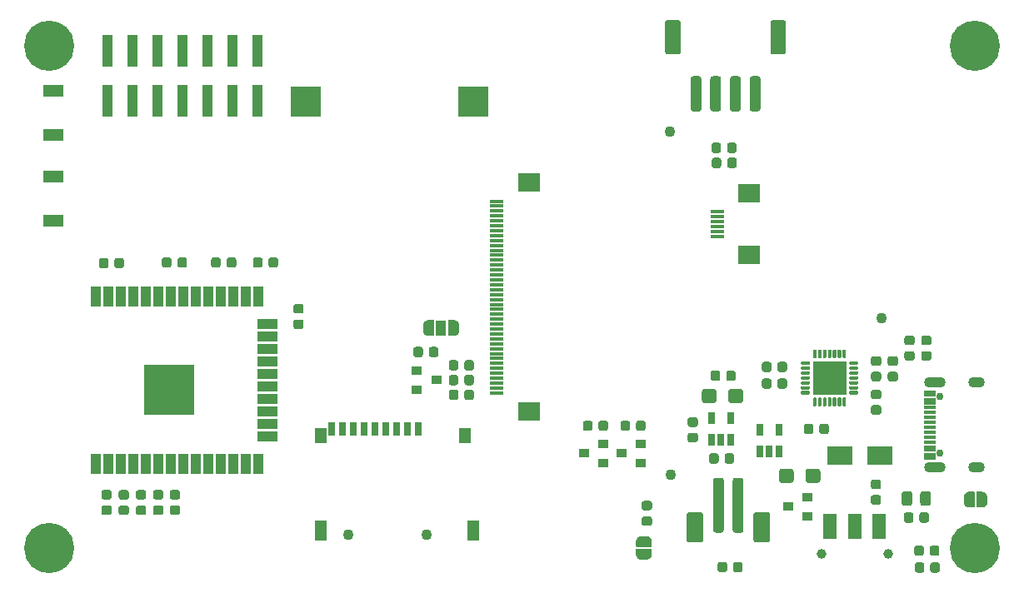
<source format=gts>
G04 #@! TF.GenerationSoftware,KiCad,Pcbnew,(5.1.6-0)*
G04 #@! TF.CreationDate,2022-04-06T12:43:26+02:00*
G04 #@! TF.ProjectId,ESP32_TFT_bridgedpads,45535033-325f-4544-9654-5f6272696467,rev?*
G04 #@! TF.SameCoordinates,Original*
G04 #@! TF.FileFunction,Soldermask,Top*
G04 #@! TF.FilePolarity,Negative*
%FSLAX46Y46*%
G04 Gerber Fmt 4.6, Leading zero omitted, Abs format (unit mm)*
G04 Created by KiCad (PCBNEW (5.1.6-0)) date 2022-04-06 12:43:26*
%MOMM*%
%LPD*%
G01*
G04 APERTURE LIST*
%ADD10C,0.100000*%
%ADD11R,1.100000X1.600000*%
%ADD12C,1.000000*%
%ADD13R,1.350000X2.600000*%
%ADD14R,1.250000X0.400000*%
%ADD15C,0.750000*%
%ADD16O,1.700000X1.100000*%
%ADD17O,2.200000X1.100000*%
%ADD18R,3.100000X3.100000*%
%ADD19R,1.000000X0.900000*%
%ADD20R,1.100000X3.250000*%
%ADD21C,0.900000*%
%ADD22C,5.100000*%
%ADD23R,2.300000X1.900000*%
%ADD24R,1.400000X0.400000*%
%ADD25R,2.100000X1.150000*%
%ADD26R,5.100000X5.100000*%
%ADD27R,1.000000X2.100000*%
%ADD28R,2.100000X1.000000*%
%ADD29R,2.600000X1.900000*%
%ADD30R,3.450000X3.450000*%
%ADD31R,0.750000X1.160000*%
%ADD32C,1.100000*%
%ADD33R,0.800000X1.400000*%
%ADD34R,1.300000X1.500000*%
%ADD35R,1.300000X2.100000*%
G04 APERTURE END LIST*
D10*
G36*
X135459755Y-85300961D02*
G01*
X135469134Y-85303806D01*
X135477779Y-85308427D01*
X135485355Y-85314645D01*
X135491573Y-85322221D01*
X135496194Y-85330866D01*
X135499039Y-85340245D01*
X135500000Y-85350000D01*
X135500000Y-86850000D01*
X135499039Y-86859755D01*
X135496194Y-86869134D01*
X135491573Y-86877779D01*
X135485355Y-86885355D01*
X135477779Y-86891573D01*
X135469134Y-86896194D01*
X135459755Y-86899039D01*
X135450000Y-86900000D01*
X134950000Y-86900000D01*
X134943889Y-86899398D01*
X134925466Y-86899398D01*
X134920565Y-86899157D01*
X134871734Y-86894347D01*
X134866881Y-86893627D01*
X134818756Y-86884055D01*
X134813995Y-86882863D01*
X134767040Y-86868619D01*
X134762421Y-86866966D01*
X134717088Y-86848189D01*
X134712651Y-86846091D01*
X134669378Y-86822960D01*
X134665171Y-86820438D01*
X134624372Y-86793178D01*
X134620430Y-86790254D01*
X134582501Y-86759126D01*
X134578866Y-86755831D01*
X134544169Y-86721134D01*
X134540874Y-86717499D01*
X134509746Y-86679570D01*
X134506822Y-86675628D01*
X134479562Y-86634829D01*
X134477040Y-86630622D01*
X134453909Y-86587349D01*
X134451811Y-86582912D01*
X134433034Y-86537579D01*
X134431381Y-86532960D01*
X134417137Y-86486005D01*
X134415945Y-86481244D01*
X134406373Y-86433119D01*
X134405653Y-86428266D01*
X134400843Y-86379435D01*
X134400602Y-86374534D01*
X134400602Y-86356111D01*
X134400000Y-86350000D01*
X134400000Y-85850000D01*
X134400602Y-85843889D01*
X134400602Y-85825466D01*
X134400843Y-85820565D01*
X134405653Y-85771734D01*
X134406373Y-85766881D01*
X134415945Y-85718756D01*
X134417137Y-85713995D01*
X134431381Y-85667040D01*
X134433034Y-85662421D01*
X134451811Y-85617088D01*
X134453909Y-85612651D01*
X134477040Y-85569378D01*
X134479562Y-85565171D01*
X134506822Y-85524372D01*
X134509746Y-85520430D01*
X134540874Y-85482501D01*
X134544169Y-85478866D01*
X134578866Y-85444169D01*
X134582501Y-85440874D01*
X134620430Y-85409746D01*
X134624372Y-85406822D01*
X134665171Y-85379562D01*
X134669378Y-85377040D01*
X134712651Y-85353909D01*
X134717088Y-85351811D01*
X134762421Y-85333034D01*
X134767040Y-85331381D01*
X134813995Y-85317137D01*
X134818756Y-85315945D01*
X134866881Y-85306373D01*
X134871734Y-85305653D01*
X134920565Y-85300843D01*
X134925466Y-85300602D01*
X134943889Y-85300602D01*
X134950000Y-85300000D01*
X135450000Y-85300000D01*
X135459755Y-85300961D01*
G37*
G36*
X136256111Y-85300602D02*
G01*
X136274534Y-85300602D01*
X136279435Y-85300843D01*
X136328266Y-85305653D01*
X136333119Y-85306373D01*
X136381244Y-85315945D01*
X136386005Y-85317137D01*
X136432960Y-85331381D01*
X136437579Y-85333034D01*
X136482912Y-85351811D01*
X136487349Y-85353909D01*
X136530622Y-85377040D01*
X136534829Y-85379562D01*
X136575628Y-85406822D01*
X136579570Y-85409746D01*
X136617499Y-85440874D01*
X136621134Y-85444169D01*
X136655831Y-85478866D01*
X136659126Y-85482501D01*
X136690254Y-85520430D01*
X136693178Y-85524372D01*
X136720438Y-85565171D01*
X136722960Y-85569378D01*
X136746091Y-85612651D01*
X136748189Y-85617088D01*
X136766966Y-85662421D01*
X136768619Y-85667040D01*
X136782863Y-85713995D01*
X136784055Y-85718756D01*
X136793627Y-85766881D01*
X136794347Y-85771734D01*
X136799157Y-85820565D01*
X136799398Y-85825466D01*
X136799398Y-85843889D01*
X136800000Y-85850000D01*
X136800000Y-86350000D01*
X136799398Y-86356111D01*
X136799398Y-86374534D01*
X136799157Y-86379435D01*
X136794347Y-86428266D01*
X136793627Y-86433119D01*
X136784055Y-86481244D01*
X136782863Y-86486005D01*
X136768619Y-86532960D01*
X136766966Y-86537579D01*
X136748189Y-86582912D01*
X136746091Y-86587349D01*
X136722960Y-86630622D01*
X136720438Y-86634829D01*
X136693178Y-86675628D01*
X136690254Y-86679570D01*
X136659126Y-86717499D01*
X136655831Y-86721134D01*
X136621134Y-86755831D01*
X136617499Y-86759126D01*
X136579570Y-86790254D01*
X136575628Y-86793178D01*
X136534829Y-86820438D01*
X136530622Y-86822960D01*
X136487349Y-86846091D01*
X136482912Y-86848189D01*
X136437579Y-86866966D01*
X136432960Y-86868619D01*
X136386005Y-86882863D01*
X136381244Y-86884055D01*
X136333119Y-86893627D01*
X136328266Y-86894347D01*
X136279435Y-86899157D01*
X136274534Y-86899398D01*
X136256111Y-86899398D01*
X136250000Y-86900000D01*
X135750000Y-86900000D01*
X135740245Y-86899039D01*
X135730866Y-86896194D01*
X135722221Y-86891573D01*
X135714645Y-86885355D01*
X135708427Y-86877779D01*
X135703806Y-86869134D01*
X135700961Y-86859755D01*
X135700000Y-86850000D01*
X135700000Y-85350000D01*
X135700961Y-85340245D01*
X135703806Y-85330866D01*
X135708427Y-85322221D01*
X135714645Y-85314645D01*
X135722221Y-85308427D01*
X135730866Y-85303806D01*
X135740245Y-85300961D01*
X135750000Y-85300000D01*
X136250000Y-85300000D01*
X136256111Y-85300602D01*
G37*
G36*
X101100961Y-91140245D02*
G01*
X101103806Y-91130866D01*
X101108427Y-91122221D01*
X101114645Y-91114645D01*
X101122221Y-91108427D01*
X101130866Y-91103806D01*
X101140245Y-91100961D01*
X101150000Y-91100000D01*
X102650000Y-91100000D01*
X102659755Y-91100961D01*
X102669134Y-91103806D01*
X102677779Y-91108427D01*
X102685355Y-91114645D01*
X102691573Y-91122221D01*
X102696194Y-91130866D01*
X102699039Y-91140245D01*
X102700000Y-91150000D01*
X102700000Y-91650000D01*
X102699398Y-91656111D01*
X102699398Y-91674534D01*
X102699157Y-91679435D01*
X102694347Y-91728266D01*
X102693627Y-91733119D01*
X102684055Y-91781244D01*
X102682863Y-91786005D01*
X102668619Y-91832960D01*
X102666966Y-91837579D01*
X102648189Y-91882912D01*
X102646091Y-91887349D01*
X102622960Y-91930622D01*
X102620438Y-91934829D01*
X102593178Y-91975628D01*
X102590254Y-91979570D01*
X102559126Y-92017499D01*
X102555831Y-92021134D01*
X102521134Y-92055831D01*
X102517499Y-92059126D01*
X102479570Y-92090254D01*
X102475628Y-92093178D01*
X102434829Y-92120438D01*
X102430622Y-92122960D01*
X102387349Y-92146091D01*
X102382912Y-92148189D01*
X102337579Y-92166966D01*
X102332960Y-92168619D01*
X102286005Y-92182863D01*
X102281244Y-92184055D01*
X102233119Y-92193627D01*
X102228266Y-92194347D01*
X102179435Y-92199157D01*
X102174534Y-92199398D01*
X102156111Y-92199398D01*
X102150000Y-92200000D01*
X101650000Y-92200000D01*
X101643889Y-92199398D01*
X101625466Y-92199398D01*
X101620565Y-92199157D01*
X101571734Y-92194347D01*
X101566881Y-92193627D01*
X101518756Y-92184055D01*
X101513995Y-92182863D01*
X101467040Y-92168619D01*
X101462421Y-92166966D01*
X101417088Y-92148189D01*
X101412651Y-92146091D01*
X101369378Y-92122960D01*
X101365171Y-92120438D01*
X101324372Y-92093178D01*
X101320430Y-92090254D01*
X101282501Y-92059126D01*
X101278866Y-92055831D01*
X101244169Y-92021134D01*
X101240874Y-92017499D01*
X101209746Y-91979570D01*
X101206822Y-91975628D01*
X101179562Y-91934829D01*
X101177040Y-91930622D01*
X101153909Y-91887349D01*
X101151811Y-91882912D01*
X101133034Y-91837579D01*
X101131381Y-91832960D01*
X101117137Y-91786005D01*
X101115945Y-91781244D01*
X101106373Y-91733119D01*
X101105653Y-91728266D01*
X101100843Y-91679435D01*
X101100602Y-91674534D01*
X101100602Y-91656111D01*
X101100000Y-91650000D01*
X101100000Y-91150000D01*
X101100961Y-91140245D01*
G37*
G36*
X101100602Y-90343889D02*
G01*
X101100602Y-90325466D01*
X101100843Y-90320565D01*
X101105653Y-90271734D01*
X101106373Y-90266881D01*
X101115945Y-90218756D01*
X101117137Y-90213995D01*
X101131381Y-90167040D01*
X101133034Y-90162421D01*
X101151811Y-90117088D01*
X101153909Y-90112651D01*
X101177040Y-90069378D01*
X101179562Y-90065171D01*
X101206822Y-90024372D01*
X101209746Y-90020430D01*
X101240874Y-89982501D01*
X101244169Y-89978866D01*
X101278866Y-89944169D01*
X101282501Y-89940874D01*
X101320430Y-89909746D01*
X101324372Y-89906822D01*
X101365171Y-89879562D01*
X101369378Y-89877040D01*
X101412651Y-89853909D01*
X101417088Y-89851811D01*
X101462421Y-89833034D01*
X101467040Y-89831381D01*
X101513995Y-89817137D01*
X101518756Y-89815945D01*
X101566881Y-89806373D01*
X101571734Y-89805653D01*
X101620565Y-89800843D01*
X101625466Y-89800602D01*
X101643889Y-89800602D01*
X101650000Y-89800000D01*
X102150000Y-89800000D01*
X102156111Y-89800602D01*
X102174534Y-89800602D01*
X102179435Y-89800843D01*
X102228266Y-89805653D01*
X102233119Y-89806373D01*
X102281244Y-89815945D01*
X102286005Y-89817137D01*
X102332960Y-89831381D01*
X102337579Y-89833034D01*
X102382912Y-89851811D01*
X102387349Y-89853909D01*
X102430622Y-89877040D01*
X102434829Y-89879562D01*
X102475628Y-89906822D01*
X102479570Y-89909746D01*
X102517499Y-89940874D01*
X102521134Y-89944169D01*
X102555831Y-89978866D01*
X102559126Y-89982501D01*
X102590254Y-90020430D01*
X102593178Y-90024372D01*
X102620438Y-90065171D01*
X102622960Y-90069378D01*
X102646091Y-90112651D01*
X102648189Y-90117088D01*
X102666966Y-90162421D01*
X102668619Y-90167040D01*
X102682863Y-90213995D01*
X102684055Y-90218756D01*
X102693627Y-90266881D01*
X102694347Y-90271734D01*
X102699157Y-90320565D01*
X102699398Y-90325466D01*
X102699398Y-90343889D01*
X102700000Y-90350000D01*
X102700000Y-90850000D01*
X102699039Y-90859755D01*
X102696194Y-90869134D01*
X102691573Y-90877779D01*
X102685355Y-90885355D01*
X102677779Y-90891573D01*
X102669134Y-90896194D01*
X102659755Y-90899039D01*
X102650000Y-90900000D01*
X101150000Y-90900000D01*
X101140245Y-90899039D01*
X101130866Y-90896194D01*
X101122221Y-90891573D01*
X101114645Y-90885355D01*
X101108427Y-90877779D01*
X101103806Y-90869134D01*
X101100961Y-90859755D01*
X101100000Y-90850000D01*
X101100000Y-90350000D01*
X101100602Y-90343889D01*
G37*
G36*
X80559755Y-67850961D02*
G01*
X80569134Y-67853806D01*
X80577779Y-67858427D01*
X80585355Y-67864645D01*
X80591573Y-67872221D01*
X80596194Y-67880866D01*
X80599039Y-67890245D01*
X80600000Y-67900000D01*
X80600000Y-69400000D01*
X80599039Y-69409755D01*
X80596194Y-69419134D01*
X80591573Y-69427779D01*
X80585355Y-69435355D01*
X80577779Y-69441573D01*
X80569134Y-69446194D01*
X80559755Y-69449039D01*
X80550000Y-69450000D01*
X80000000Y-69450000D01*
X79993889Y-69449398D01*
X79975466Y-69449398D01*
X79970565Y-69449157D01*
X79921734Y-69444347D01*
X79916881Y-69443627D01*
X79868756Y-69434055D01*
X79863995Y-69432863D01*
X79817040Y-69418619D01*
X79812421Y-69416966D01*
X79767088Y-69398189D01*
X79762651Y-69396091D01*
X79719378Y-69372960D01*
X79715171Y-69370438D01*
X79674372Y-69343178D01*
X79670430Y-69340254D01*
X79632501Y-69309126D01*
X79628866Y-69305831D01*
X79594169Y-69271134D01*
X79590874Y-69267499D01*
X79559746Y-69229570D01*
X79556822Y-69225628D01*
X79529562Y-69184829D01*
X79527040Y-69180622D01*
X79503909Y-69137349D01*
X79501811Y-69132912D01*
X79483034Y-69087579D01*
X79481381Y-69082960D01*
X79467137Y-69036005D01*
X79465945Y-69031244D01*
X79456373Y-68983119D01*
X79455653Y-68978266D01*
X79450843Y-68929435D01*
X79450602Y-68924534D01*
X79450602Y-68906111D01*
X79450000Y-68900000D01*
X79450000Y-68400000D01*
X79450602Y-68393889D01*
X79450602Y-68375466D01*
X79450843Y-68370565D01*
X79455653Y-68321734D01*
X79456373Y-68316881D01*
X79465945Y-68268756D01*
X79467137Y-68263995D01*
X79481381Y-68217040D01*
X79483034Y-68212421D01*
X79501811Y-68167088D01*
X79503909Y-68162651D01*
X79527040Y-68119378D01*
X79529562Y-68115171D01*
X79556822Y-68074372D01*
X79559746Y-68070430D01*
X79590874Y-68032501D01*
X79594169Y-68028866D01*
X79628866Y-67994169D01*
X79632501Y-67990874D01*
X79670430Y-67959746D01*
X79674372Y-67956822D01*
X79715171Y-67929562D01*
X79719378Y-67927040D01*
X79762651Y-67903909D01*
X79767088Y-67901811D01*
X79812421Y-67883034D01*
X79817040Y-67881381D01*
X79863995Y-67867137D01*
X79868756Y-67865945D01*
X79916881Y-67856373D01*
X79921734Y-67855653D01*
X79970565Y-67850843D01*
X79975466Y-67850602D01*
X79993889Y-67850602D01*
X80000000Y-67850000D01*
X80550000Y-67850000D01*
X80559755Y-67850961D01*
G37*
D11*
X81300000Y-68650000D03*
D10*
G36*
X82606111Y-67850602D02*
G01*
X82624534Y-67850602D01*
X82629435Y-67850843D01*
X82678266Y-67855653D01*
X82683119Y-67856373D01*
X82731244Y-67865945D01*
X82736005Y-67867137D01*
X82782960Y-67881381D01*
X82787579Y-67883034D01*
X82832912Y-67901811D01*
X82837349Y-67903909D01*
X82880622Y-67927040D01*
X82884829Y-67929562D01*
X82925628Y-67956822D01*
X82929570Y-67959746D01*
X82967499Y-67990874D01*
X82971134Y-67994169D01*
X83005831Y-68028866D01*
X83009126Y-68032501D01*
X83040254Y-68070430D01*
X83043178Y-68074372D01*
X83070438Y-68115171D01*
X83072960Y-68119378D01*
X83096091Y-68162651D01*
X83098189Y-68167088D01*
X83116966Y-68212421D01*
X83118619Y-68217040D01*
X83132863Y-68263995D01*
X83134055Y-68268756D01*
X83143627Y-68316881D01*
X83144347Y-68321734D01*
X83149157Y-68370565D01*
X83149398Y-68375466D01*
X83149398Y-68393889D01*
X83150000Y-68400000D01*
X83150000Y-68900000D01*
X83149398Y-68906111D01*
X83149398Y-68924534D01*
X83149157Y-68929435D01*
X83144347Y-68978266D01*
X83143627Y-68983119D01*
X83134055Y-69031244D01*
X83132863Y-69036005D01*
X83118619Y-69082960D01*
X83116966Y-69087579D01*
X83098189Y-69132912D01*
X83096091Y-69137349D01*
X83072960Y-69180622D01*
X83070438Y-69184829D01*
X83043178Y-69225628D01*
X83040254Y-69229570D01*
X83009126Y-69267499D01*
X83005831Y-69271134D01*
X82971134Y-69305831D01*
X82967499Y-69309126D01*
X82929570Y-69340254D01*
X82925628Y-69343178D01*
X82884829Y-69370438D01*
X82880622Y-69372960D01*
X82837349Y-69396091D01*
X82832912Y-69398189D01*
X82787579Y-69416966D01*
X82782960Y-69418619D01*
X82736005Y-69432863D01*
X82731244Y-69434055D01*
X82683119Y-69443627D01*
X82678266Y-69444347D01*
X82629435Y-69449157D01*
X82624534Y-69449398D01*
X82606111Y-69449398D01*
X82600000Y-69450000D01*
X82050000Y-69450000D01*
X82040245Y-69449039D01*
X82030866Y-69446194D01*
X82022221Y-69441573D01*
X82014645Y-69435355D01*
X82008427Y-69427779D01*
X82003806Y-69419134D01*
X82000961Y-69409755D01*
X82000000Y-69400000D01*
X82000000Y-67900000D01*
X82000961Y-67890245D01*
X82003806Y-67880866D01*
X82008427Y-67872221D01*
X82014645Y-67864645D01*
X82022221Y-67858427D01*
X82030866Y-67853806D01*
X82040245Y-67850961D01*
X82050000Y-67850000D01*
X82600000Y-67850000D01*
X82606111Y-67850602D01*
G37*
D12*
X126730000Y-91580000D03*
X119930000Y-91580000D03*
D13*
X125830000Y-88830000D03*
X123330000Y-88830000D03*
X120830000Y-88830000D03*
D14*
X130930000Y-75150000D03*
X130930000Y-75950000D03*
X130930000Y-80750000D03*
X130930000Y-81550000D03*
X130930000Y-81850000D03*
X130930000Y-81050000D03*
X130930000Y-80250000D03*
X130930000Y-79750000D03*
X130930000Y-79250000D03*
X130930000Y-78750000D03*
X130930000Y-78250000D03*
X130930000Y-77750000D03*
X130930000Y-77250000D03*
X130930000Y-76750000D03*
X130930000Y-76250000D03*
X130930000Y-75450000D03*
D15*
X131995000Y-81390000D03*
X131995000Y-75610000D03*
D16*
X135675000Y-74180000D03*
X135675000Y-82820000D03*
D17*
X131495000Y-74180000D03*
X131495000Y-82820000D03*
G36*
G01*
X108775000Y-50621250D02*
X108775000Y-50058750D01*
G75*
G02*
X109018750Y-49815000I243750J0D01*
G01*
X109506250Y-49815000D01*
G75*
G02*
X109750000Y-50058750I0J-243750D01*
G01*
X109750000Y-50621250D01*
G75*
G02*
X109506250Y-50865000I-243750J0D01*
G01*
X109018750Y-50865000D01*
G75*
G02*
X108775000Y-50621250I0J243750D01*
G01*
G37*
G36*
G01*
X110350000Y-50621250D02*
X110350000Y-50058750D01*
G75*
G02*
X110593750Y-49815000I243750J0D01*
G01*
X111081250Y-49815000D01*
G75*
G02*
X111325000Y-50058750I0J-243750D01*
G01*
X111325000Y-50621250D01*
G75*
G02*
X111081250Y-50865000I-243750J0D01*
G01*
X110593750Y-50865000D01*
G75*
G02*
X110350000Y-50621250I0J243750D01*
G01*
G37*
G36*
G01*
X130318750Y-71000000D02*
X130881250Y-71000000D01*
G75*
G02*
X131125000Y-71243750I0J-243750D01*
G01*
X131125000Y-71731250D01*
G75*
G02*
X130881250Y-71975000I-243750J0D01*
G01*
X130318750Y-71975000D01*
G75*
G02*
X130075000Y-71731250I0J243750D01*
G01*
X130075000Y-71243750D01*
G75*
G02*
X130318750Y-71000000I243750J0D01*
G01*
G37*
G36*
G01*
X130318750Y-69425000D02*
X130881250Y-69425000D01*
G75*
G02*
X131125000Y-69668750I0J-243750D01*
G01*
X131125000Y-70156250D01*
G75*
G02*
X130881250Y-70400000I-243750J0D01*
G01*
X130318750Y-70400000D01*
G75*
G02*
X130075000Y-70156250I0J243750D01*
G01*
X130075000Y-69668750D01*
G75*
G02*
X130318750Y-69425000I243750J0D01*
G01*
G37*
G36*
G01*
X128618750Y-71000000D02*
X129181250Y-71000000D01*
G75*
G02*
X129425000Y-71243750I0J-243750D01*
G01*
X129425000Y-71731250D01*
G75*
G02*
X129181250Y-71975000I-243750J0D01*
G01*
X128618750Y-71975000D01*
G75*
G02*
X128375000Y-71731250I0J243750D01*
G01*
X128375000Y-71243750D01*
G75*
G02*
X128618750Y-71000000I243750J0D01*
G01*
G37*
G36*
G01*
X128618750Y-69425000D02*
X129181250Y-69425000D01*
G75*
G02*
X129425000Y-69668750I0J-243750D01*
G01*
X129425000Y-70156250D01*
G75*
G02*
X129181250Y-70400000I-243750J0D01*
G01*
X128618750Y-70400000D01*
G75*
G02*
X128375000Y-70156250I0J243750D01*
G01*
X128375000Y-69668750D01*
G75*
G02*
X128618750Y-69425000I243750J0D01*
G01*
G37*
G36*
G01*
X129980000Y-86471250D02*
X129980000Y-85508750D01*
G75*
G02*
X130248750Y-85240000I268750J0D01*
G01*
X130786250Y-85240000D01*
G75*
G02*
X131055000Y-85508750I0J-268750D01*
G01*
X131055000Y-86471250D01*
G75*
G02*
X130786250Y-86740000I-268750J0D01*
G01*
X130248750Y-86740000D01*
G75*
G02*
X129980000Y-86471250I0J268750D01*
G01*
G37*
G36*
G01*
X128105000Y-86471250D02*
X128105000Y-85508750D01*
G75*
G02*
X128373750Y-85240000I268750J0D01*
G01*
X128911250Y-85240000D01*
G75*
G02*
X129180000Y-85508750I0J-268750D01*
G01*
X129180000Y-86471250D01*
G75*
G02*
X128911250Y-86740000I-268750J0D01*
G01*
X128373750Y-86740000D01*
G75*
G02*
X128105000Y-86471250I0J268750D01*
G01*
G37*
G36*
G01*
X129890000Y-88201250D02*
X129890000Y-87638750D01*
G75*
G02*
X130133750Y-87395000I243750J0D01*
G01*
X130621250Y-87395000D01*
G75*
G02*
X130865000Y-87638750I0J-243750D01*
G01*
X130865000Y-88201250D01*
G75*
G02*
X130621250Y-88445000I-243750J0D01*
G01*
X130133750Y-88445000D01*
G75*
G02*
X129890000Y-88201250I0J243750D01*
G01*
G37*
G36*
G01*
X128315000Y-88201250D02*
X128315000Y-87638750D01*
G75*
G02*
X128558750Y-87395000I243750J0D01*
G01*
X129046250Y-87395000D01*
G75*
G02*
X129290000Y-87638750I0J-243750D01*
G01*
X129290000Y-88201250D01*
G75*
G02*
X129046250Y-88445000I-243750J0D01*
G01*
X128558750Y-88445000D01*
G75*
G02*
X128315000Y-88201250I0J243750D01*
G01*
G37*
D18*
X84550000Y-45650000D03*
X67550000Y-45650000D03*
G36*
G01*
X58900000Y-61718750D02*
X58900000Y-62281250D01*
G75*
G02*
X58656250Y-62525000I-243750J0D01*
G01*
X58168750Y-62525000D01*
G75*
G02*
X57925000Y-62281250I0J243750D01*
G01*
X57925000Y-61718750D01*
G75*
G02*
X58168750Y-61475000I243750J0D01*
G01*
X58656250Y-61475000D01*
G75*
G02*
X58900000Y-61718750I0J-243750D01*
G01*
G37*
G36*
G01*
X60475000Y-61718750D02*
X60475000Y-62281250D01*
G75*
G02*
X60231250Y-62525000I-243750J0D01*
G01*
X59743750Y-62525000D01*
G75*
G02*
X59500000Y-62281250I0J243750D01*
G01*
X59500000Y-61718750D01*
G75*
G02*
X59743750Y-61475000I243750J0D01*
G01*
X60231250Y-61475000D01*
G75*
G02*
X60475000Y-61718750I0J-243750D01*
G01*
G37*
G36*
G01*
X130950000Y-91581250D02*
X130950000Y-91018750D01*
G75*
G02*
X131193750Y-90775000I243750J0D01*
G01*
X131681250Y-90775000D01*
G75*
G02*
X131925000Y-91018750I0J-243750D01*
G01*
X131925000Y-91581250D01*
G75*
G02*
X131681250Y-91825000I-243750J0D01*
G01*
X131193750Y-91825000D01*
G75*
G02*
X130950000Y-91581250I0J243750D01*
G01*
G37*
G36*
G01*
X129375000Y-91581250D02*
X129375000Y-91018750D01*
G75*
G02*
X129618750Y-90775000I243750J0D01*
G01*
X130106250Y-90775000D01*
G75*
G02*
X130350000Y-91018750I0J-243750D01*
G01*
X130350000Y-91581250D01*
G75*
G02*
X130106250Y-91825000I-243750J0D01*
G01*
X129618750Y-91825000D01*
G75*
G02*
X129375000Y-91581250I0J243750D01*
G01*
G37*
G36*
G01*
X83650000Y-75731250D02*
X83650000Y-75168750D01*
G75*
G02*
X83893750Y-74925000I243750J0D01*
G01*
X84381250Y-74925000D01*
G75*
G02*
X84625000Y-75168750I0J-243750D01*
G01*
X84625000Y-75731250D01*
G75*
G02*
X84381250Y-75975000I-243750J0D01*
G01*
X83893750Y-75975000D01*
G75*
G02*
X83650000Y-75731250I0J243750D01*
G01*
G37*
G36*
G01*
X82075000Y-75731250D02*
X82075000Y-75168750D01*
G75*
G02*
X82318750Y-74925000I243750J0D01*
G01*
X82806250Y-74925000D01*
G75*
G02*
X83050000Y-75168750I0J-243750D01*
G01*
X83050000Y-75731250D01*
G75*
G02*
X82806250Y-75975000I-243750J0D01*
G01*
X82318750Y-75975000D01*
G75*
G02*
X82075000Y-75731250I0J243750D01*
G01*
G37*
G36*
G01*
X83650000Y-74231250D02*
X83650000Y-73668750D01*
G75*
G02*
X83893750Y-73425000I243750J0D01*
G01*
X84381250Y-73425000D01*
G75*
G02*
X84625000Y-73668750I0J-243750D01*
G01*
X84625000Y-74231250D01*
G75*
G02*
X84381250Y-74475000I-243750J0D01*
G01*
X83893750Y-74475000D01*
G75*
G02*
X83650000Y-74231250I0J243750D01*
G01*
G37*
G36*
G01*
X82075000Y-74231250D02*
X82075000Y-73668750D01*
G75*
G02*
X82318750Y-73425000I243750J0D01*
G01*
X82806250Y-73425000D01*
G75*
G02*
X83050000Y-73668750I0J-243750D01*
G01*
X83050000Y-74231250D01*
G75*
G02*
X82806250Y-74475000I-243750J0D01*
G01*
X82318750Y-74475000D01*
G75*
G02*
X82075000Y-74231250I0J243750D01*
G01*
G37*
G36*
G01*
X83650000Y-72731250D02*
X83650000Y-72168750D01*
G75*
G02*
X83893750Y-71925000I243750J0D01*
G01*
X84381250Y-71925000D01*
G75*
G02*
X84625000Y-72168750I0J-243750D01*
G01*
X84625000Y-72731250D01*
G75*
G02*
X84381250Y-72975000I-243750J0D01*
G01*
X83893750Y-72975000D01*
G75*
G02*
X83650000Y-72731250I0J243750D01*
G01*
G37*
G36*
G01*
X82075000Y-72731250D02*
X82075000Y-72168750D01*
G75*
G02*
X82318750Y-71925000I243750J0D01*
G01*
X82806250Y-71925000D01*
G75*
G02*
X83050000Y-72168750I0J-243750D01*
G01*
X83050000Y-72731250D01*
G75*
G02*
X82806250Y-72975000I-243750J0D01*
G01*
X82318750Y-72975000D01*
G75*
G02*
X82075000Y-72731250I0J243750D01*
G01*
G37*
G36*
G01*
X79450000Y-70818750D02*
X79450000Y-71381250D01*
G75*
G02*
X79206250Y-71625000I-243750J0D01*
G01*
X78718750Y-71625000D01*
G75*
G02*
X78475000Y-71381250I0J243750D01*
G01*
X78475000Y-70818750D01*
G75*
G02*
X78718750Y-70575000I243750J0D01*
G01*
X79206250Y-70575000D01*
G75*
G02*
X79450000Y-70818750I0J-243750D01*
G01*
G37*
G36*
G01*
X81025000Y-70818750D02*
X81025000Y-71381250D01*
G75*
G02*
X80781250Y-71625000I-243750J0D01*
G01*
X80293750Y-71625000D01*
G75*
G02*
X80050000Y-71381250I0J243750D01*
G01*
X80050000Y-70818750D01*
G75*
G02*
X80293750Y-70575000I243750J0D01*
G01*
X80781250Y-70575000D01*
G75*
G02*
X81025000Y-70818750I0J-243750D01*
G01*
G37*
G36*
G01*
X48100000Y-62331250D02*
X48100000Y-61768750D01*
G75*
G02*
X48343750Y-61525000I243750J0D01*
G01*
X48831250Y-61525000D01*
G75*
G02*
X49075000Y-61768750I0J-243750D01*
G01*
X49075000Y-62331250D01*
G75*
G02*
X48831250Y-62575000I-243750J0D01*
G01*
X48343750Y-62575000D01*
G75*
G02*
X48100000Y-62331250I0J243750D01*
G01*
G37*
G36*
G01*
X46525000Y-62331250D02*
X46525000Y-61768750D01*
G75*
G02*
X46768750Y-61525000I243750J0D01*
G01*
X47256250Y-61525000D01*
G75*
G02*
X47500000Y-61768750I0J-243750D01*
G01*
X47500000Y-62331250D01*
G75*
G02*
X47256250Y-62575000I-243750J0D01*
G01*
X46768750Y-62575000D01*
G75*
G02*
X46525000Y-62331250I0J243750D01*
G01*
G37*
G36*
G01*
X53900000Y-61718750D02*
X53900000Y-62281250D01*
G75*
G02*
X53656250Y-62525000I-243750J0D01*
G01*
X53168750Y-62525000D01*
G75*
G02*
X52925000Y-62281250I0J243750D01*
G01*
X52925000Y-61718750D01*
G75*
G02*
X53168750Y-61475000I243750J0D01*
G01*
X53656250Y-61475000D01*
G75*
G02*
X53900000Y-61718750I0J-243750D01*
G01*
G37*
G36*
G01*
X55475000Y-61718750D02*
X55475000Y-62281250D01*
G75*
G02*
X55231250Y-62525000I-243750J0D01*
G01*
X54743750Y-62525000D01*
G75*
G02*
X54500000Y-62281250I0J243750D01*
G01*
X54500000Y-61718750D01*
G75*
G02*
X54743750Y-61475000I243750J0D01*
G01*
X55231250Y-61475000D01*
G75*
G02*
X55475000Y-61718750I0J-243750D01*
G01*
G37*
D19*
X80800000Y-73950000D03*
X78800000Y-74900000D03*
X78800000Y-73000000D03*
D20*
X62620000Y-40475000D03*
X62620000Y-45525000D03*
X60080000Y-40475000D03*
X60080000Y-45525000D03*
X57540000Y-40475000D03*
X57540000Y-45525000D03*
X55000000Y-40475000D03*
X55000000Y-45525000D03*
X52460000Y-40475000D03*
X52460000Y-45525000D03*
X49920000Y-40475000D03*
X49920000Y-45525000D03*
X47380000Y-40475000D03*
X47380000Y-45525000D03*
G36*
G01*
X131000000Y-93281250D02*
X131000000Y-92718750D01*
G75*
G02*
X131243750Y-92475000I243750J0D01*
G01*
X131731250Y-92475000D01*
G75*
G02*
X131975000Y-92718750I0J-243750D01*
G01*
X131975000Y-93281250D01*
G75*
G02*
X131731250Y-93525000I-243750J0D01*
G01*
X131243750Y-93525000D01*
G75*
G02*
X131000000Y-93281250I0J243750D01*
G01*
G37*
G36*
G01*
X129425000Y-93281250D02*
X129425000Y-92718750D01*
G75*
G02*
X129668750Y-92475000I243750J0D01*
G01*
X130156250Y-92475000D01*
G75*
G02*
X130400000Y-92718750I0J-243750D01*
G01*
X130400000Y-93281250D01*
G75*
G02*
X130156250Y-93525000I-243750J0D01*
G01*
X129668750Y-93525000D01*
G75*
G02*
X129425000Y-93281250I0J243750D01*
G01*
G37*
D21*
X42825825Y-38674175D03*
X41500000Y-38125000D03*
X40174175Y-38674175D03*
X39625000Y-40000000D03*
X40174175Y-41325825D03*
X41500000Y-41875000D03*
X42825825Y-41325825D03*
X43375000Y-40000000D03*
D22*
X41500000Y-40000000D03*
D21*
X42825825Y-89674175D03*
X41500000Y-89125000D03*
X40174175Y-89674175D03*
X39625000Y-91000000D03*
X40174175Y-92325825D03*
X41500000Y-92875000D03*
X42825825Y-92325825D03*
X43375000Y-91000000D03*
D22*
X41500000Y-91000000D03*
D21*
X136825825Y-38674175D03*
X135500000Y-38125000D03*
X134174175Y-38674175D03*
X133625000Y-40000000D03*
X134174175Y-41325825D03*
X135500000Y-41875000D03*
X136825825Y-41325825D03*
X137375000Y-40000000D03*
D22*
X135500000Y-40000000D03*
D21*
X136825825Y-89674175D03*
X135500000Y-89125000D03*
X134174175Y-89674175D03*
X133625000Y-91000000D03*
X134174175Y-92325825D03*
X135500000Y-92875000D03*
X136825825Y-92325825D03*
X137375000Y-91000000D03*
D22*
X135500000Y-91000000D03*
G36*
G01*
X112030000Y-84145000D02*
X112030000Y-89195000D01*
G75*
G02*
X111755000Y-89470000I-275000J0D01*
G01*
X111205000Y-89470000D01*
G75*
G02*
X110930000Y-89195000I0J275000D01*
G01*
X110930000Y-84145000D01*
G75*
G02*
X111205000Y-83870000I275000J0D01*
G01*
X111755000Y-83870000D01*
G75*
G02*
X112030000Y-84145000I0J-275000D01*
G01*
G37*
G36*
G01*
X110030000Y-84145001D02*
X110030000Y-89194999D01*
G75*
G02*
X109755000Y-89469999I-275000J0D01*
G01*
X109205000Y-89469999D01*
G75*
G02*
X108930000Y-89194999I0J275000D01*
G01*
X108930000Y-84145001D01*
G75*
G02*
X109205000Y-83870001I275000J0D01*
G01*
X109755000Y-83870001D01*
G75*
G02*
X110030000Y-84145001I0J-275000D01*
G01*
G37*
G36*
G01*
X114730000Y-87635625D02*
X114730000Y-90204375D01*
G75*
G02*
X114464375Y-90470000I-265625J0D01*
G01*
X113295625Y-90470000D01*
G75*
G02*
X113030000Y-90204375I0J265625D01*
G01*
X113030000Y-87635625D01*
G75*
G02*
X113295625Y-87370000I265625J0D01*
G01*
X114464375Y-87370000D01*
G75*
G02*
X114730000Y-87635625I0J-265625D01*
G01*
G37*
G36*
G01*
X107930000Y-87635625D02*
X107930000Y-90204375D01*
G75*
G02*
X107664375Y-90470000I-265625J0D01*
G01*
X106495625Y-90470000D01*
G75*
G02*
X106230000Y-90204375I0J265625D01*
G01*
X106230000Y-87635625D01*
G75*
G02*
X106495625Y-87370000I265625J0D01*
G01*
X107664375Y-87370000D01*
G75*
G02*
X107930000Y-87635625I0J-265625D01*
G01*
G37*
G36*
G01*
X119130000Y-78628750D02*
X119130000Y-79191250D01*
G75*
G02*
X118886250Y-79435000I-243750J0D01*
G01*
X118398750Y-79435000D01*
G75*
G02*
X118155000Y-79191250I0J243750D01*
G01*
X118155000Y-78628750D01*
G75*
G02*
X118398750Y-78385000I243750J0D01*
G01*
X118886250Y-78385000D01*
G75*
G02*
X119130000Y-78628750I0J-243750D01*
G01*
G37*
G36*
G01*
X120705000Y-78628750D02*
X120705000Y-79191250D01*
G75*
G02*
X120461250Y-79435000I-243750J0D01*
G01*
X119973750Y-79435000D01*
G75*
G02*
X119730000Y-79191250I0J243750D01*
G01*
X119730000Y-78628750D01*
G75*
G02*
X119973750Y-78385000I243750J0D01*
G01*
X120461250Y-78385000D01*
G75*
G02*
X120705000Y-78628750I0J-243750D01*
G01*
G37*
D23*
X90200000Y-53860000D03*
X90200000Y-77160000D03*
D24*
X86950000Y-75260000D03*
X86950000Y-74760000D03*
X86950000Y-74260000D03*
X86950000Y-73760000D03*
X86950000Y-73260000D03*
X86950000Y-72760000D03*
X86950000Y-72260000D03*
X86950000Y-71760000D03*
X86950000Y-71260000D03*
X86950000Y-70760000D03*
X86950000Y-70260000D03*
X86950000Y-69760000D03*
X86950000Y-69260000D03*
X86950000Y-68760000D03*
X86950000Y-68260000D03*
X86950000Y-67760000D03*
X86950000Y-67260000D03*
X86950000Y-66760000D03*
X86950000Y-66260000D03*
X86950000Y-65760000D03*
X86950000Y-65260000D03*
X86950000Y-64760000D03*
X86950000Y-64260000D03*
X86950000Y-63760000D03*
X86950000Y-63260000D03*
X86950000Y-62760000D03*
X86950000Y-62260000D03*
X86950000Y-61760000D03*
X86950000Y-61260000D03*
X86950000Y-60760000D03*
X86950000Y-60260000D03*
X86950000Y-59760000D03*
X86950000Y-59260000D03*
X86950000Y-58760000D03*
X86950000Y-58260000D03*
X86950000Y-57760000D03*
X86950000Y-57260000D03*
X86950000Y-56760000D03*
X86950000Y-56260000D03*
X86950000Y-55760000D03*
D25*
X41900000Y-53275000D03*
X41900000Y-57725000D03*
X41930000Y-49000000D03*
X41930000Y-44550000D03*
D26*
X53675000Y-74930000D03*
D27*
X46175000Y-82430000D03*
X47445000Y-82430000D03*
X48715000Y-82430000D03*
X49985000Y-82430000D03*
X51255000Y-82430000D03*
X52525000Y-82430000D03*
X53795000Y-82430000D03*
X55065000Y-82430000D03*
X56335000Y-82430000D03*
X57605000Y-82430000D03*
X58875000Y-82430000D03*
X60145000Y-82430000D03*
X61415000Y-82430000D03*
X62685000Y-82430000D03*
D28*
X63685000Y-79645000D03*
X63685000Y-78375000D03*
X63685000Y-77105000D03*
X63685000Y-75835000D03*
X63685000Y-74565000D03*
X63685000Y-73295000D03*
X63685000Y-72025000D03*
X63685000Y-70755000D03*
X63685000Y-69485000D03*
X63685000Y-68215000D03*
D27*
X62685000Y-65430000D03*
X61415000Y-65430000D03*
X60145000Y-65430000D03*
X58875000Y-65430000D03*
X57605000Y-65430000D03*
X56335000Y-65430000D03*
X55065000Y-65430000D03*
X53795000Y-65430000D03*
X52525000Y-65430000D03*
X51255000Y-65430000D03*
X49985000Y-65430000D03*
X48715000Y-65430000D03*
X47445000Y-65430000D03*
X46175000Y-65430000D03*
G36*
G01*
X125218750Y-74925000D02*
X125781250Y-74925000D01*
G75*
G02*
X126025000Y-75168750I0J-243750D01*
G01*
X126025000Y-75656250D01*
G75*
G02*
X125781250Y-75900000I-243750J0D01*
G01*
X125218750Y-75900000D01*
G75*
G02*
X124975000Y-75656250I0J243750D01*
G01*
X124975000Y-75168750D01*
G75*
G02*
X125218750Y-74925000I243750J0D01*
G01*
G37*
G36*
G01*
X125218750Y-76500000D02*
X125781250Y-76500000D01*
G75*
G02*
X126025000Y-76743750I0J-243750D01*
G01*
X126025000Y-77231250D01*
G75*
G02*
X125781250Y-77475000I-243750J0D01*
G01*
X125218750Y-77475000D01*
G75*
G02*
X124975000Y-77231250I0J243750D01*
G01*
X124975000Y-76743750D01*
G75*
G02*
X125218750Y-76500000I243750J0D01*
G01*
G37*
G36*
G01*
X118330000Y-84136482D02*
X118330000Y-83223518D01*
G75*
G02*
X118598518Y-82955000I268518J0D01*
G01*
X119561482Y-82955000D01*
G75*
G02*
X119830000Y-83223518I0J-268518D01*
G01*
X119830000Y-84136482D01*
G75*
G02*
X119561482Y-84405000I-268518J0D01*
G01*
X118598518Y-84405000D01*
G75*
G02*
X118330000Y-84136482I0J268518D01*
G01*
G37*
G36*
G01*
X115630000Y-84136482D02*
X115630000Y-83223518D01*
G75*
G02*
X115898518Y-82955000I268518J0D01*
G01*
X116861482Y-82955000D01*
G75*
G02*
X117130000Y-83223518I0J-268518D01*
G01*
X117130000Y-84136482D01*
G75*
G02*
X116861482Y-84405000I-268518J0D01*
G01*
X115898518Y-84405000D01*
G75*
G02*
X115630000Y-84136482I0J268518D01*
G01*
G37*
G36*
G01*
X111990000Y-75113518D02*
X111990000Y-76026482D01*
G75*
G02*
X111721482Y-76295000I-268518J0D01*
G01*
X110758518Y-76295000D01*
G75*
G02*
X110490000Y-76026482I0J268518D01*
G01*
X110490000Y-75113518D01*
G75*
G02*
X110758518Y-74845000I268518J0D01*
G01*
X111721482Y-74845000D01*
G75*
G02*
X111990000Y-75113518I0J-268518D01*
G01*
G37*
G36*
G01*
X109290000Y-75113518D02*
X109290000Y-76026482D01*
G75*
G02*
X109021482Y-76295000I-268518J0D01*
G01*
X108058518Y-76295000D01*
G75*
G02*
X107790000Y-76026482I0J268518D01*
G01*
X107790000Y-75113518D01*
G75*
G02*
X108058518Y-74845000I268518J0D01*
G01*
X109021482Y-74845000D01*
G75*
G02*
X109290000Y-75113518I0J-268518D01*
G01*
G37*
G36*
G01*
X47018750Y-85125000D02*
X47581250Y-85125000D01*
G75*
G02*
X47825000Y-85368750I0J-243750D01*
G01*
X47825000Y-85856250D01*
G75*
G02*
X47581250Y-86100000I-243750J0D01*
G01*
X47018750Y-86100000D01*
G75*
G02*
X46775000Y-85856250I0J243750D01*
G01*
X46775000Y-85368750D01*
G75*
G02*
X47018750Y-85125000I243750J0D01*
G01*
G37*
G36*
G01*
X47018750Y-86700000D02*
X47581250Y-86700000D01*
G75*
G02*
X47825000Y-86943750I0J-243750D01*
G01*
X47825000Y-87431250D01*
G75*
G02*
X47581250Y-87675000I-243750J0D01*
G01*
X47018750Y-87675000D01*
G75*
G02*
X46775000Y-87431250I0J243750D01*
G01*
X46775000Y-86943750D01*
G75*
G02*
X47018750Y-86700000I243750J0D01*
G01*
G37*
G36*
G01*
X111235000Y-73228750D02*
X111235000Y-73791250D01*
G75*
G02*
X110991250Y-74035000I-243750J0D01*
G01*
X110503750Y-74035000D01*
G75*
G02*
X110260000Y-73791250I0J243750D01*
G01*
X110260000Y-73228750D01*
G75*
G02*
X110503750Y-72985000I243750J0D01*
G01*
X110991250Y-72985000D01*
G75*
G02*
X111235000Y-73228750I0J-243750D01*
G01*
G37*
G36*
G01*
X109660000Y-73228750D02*
X109660000Y-73791250D01*
G75*
G02*
X109416250Y-74035000I-243750J0D01*
G01*
X108928750Y-74035000D01*
G75*
G02*
X108685000Y-73791250I0J243750D01*
G01*
X108685000Y-73228750D01*
G75*
G02*
X108928750Y-72985000I243750J0D01*
G01*
X109416250Y-72985000D01*
G75*
G02*
X109660000Y-73228750I0J-243750D01*
G01*
G37*
G36*
G01*
X50518750Y-85125000D02*
X51081250Y-85125000D01*
G75*
G02*
X51325000Y-85368750I0J-243750D01*
G01*
X51325000Y-85856250D01*
G75*
G02*
X51081250Y-86100000I-243750J0D01*
G01*
X50518750Y-86100000D01*
G75*
G02*
X50275000Y-85856250I0J243750D01*
G01*
X50275000Y-85368750D01*
G75*
G02*
X50518750Y-85125000I243750J0D01*
G01*
G37*
G36*
G01*
X50518750Y-86700000D02*
X51081250Y-86700000D01*
G75*
G02*
X51325000Y-86943750I0J-243750D01*
G01*
X51325000Y-87431250D01*
G75*
G02*
X51081250Y-87675000I-243750J0D01*
G01*
X50518750Y-87675000D01*
G75*
G02*
X50275000Y-87431250I0J243750D01*
G01*
X50275000Y-86943750D01*
G75*
G02*
X50518750Y-86700000I243750J0D01*
G01*
G37*
G36*
G01*
X109500000Y-81638750D02*
X109500000Y-82201250D01*
G75*
G02*
X109256250Y-82445000I-243750J0D01*
G01*
X108768750Y-82445000D01*
G75*
G02*
X108525000Y-82201250I0J243750D01*
G01*
X108525000Y-81638750D01*
G75*
G02*
X108768750Y-81395000I243750J0D01*
G01*
X109256250Y-81395000D01*
G75*
G02*
X109500000Y-81638750I0J-243750D01*
G01*
G37*
G36*
G01*
X111075000Y-81638750D02*
X111075000Y-82201250D01*
G75*
G02*
X110831250Y-82445000I-243750J0D01*
G01*
X110343750Y-82445000D01*
G75*
G02*
X110100000Y-82201250I0J243750D01*
G01*
X110100000Y-81638750D01*
G75*
G02*
X110343750Y-81395000I243750J0D01*
G01*
X110831250Y-81395000D01*
G75*
G02*
X111075000Y-81638750I0J-243750D01*
G01*
G37*
D29*
X121850000Y-81630000D03*
X125850000Y-81630000D03*
G36*
G01*
X109395000Y-93241250D02*
X109395000Y-92678750D01*
G75*
G02*
X109638750Y-92435000I243750J0D01*
G01*
X110126250Y-92435000D01*
G75*
G02*
X110370000Y-92678750I0J-243750D01*
G01*
X110370000Y-93241250D01*
G75*
G02*
X110126250Y-93485000I-243750J0D01*
G01*
X109638750Y-93485000D01*
G75*
G02*
X109395000Y-93241250I0J243750D01*
G01*
G37*
G36*
G01*
X110970000Y-93241250D02*
X110970000Y-92678750D01*
G75*
G02*
X111213750Y-92435000I243750J0D01*
G01*
X111701250Y-92435000D01*
G75*
G02*
X111945000Y-92678750I0J-243750D01*
G01*
X111945000Y-93241250D01*
G75*
G02*
X111701250Y-93485000I-243750J0D01*
G01*
X111213750Y-93485000D01*
G75*
G02*
X110970000Y-93241250I0J243750D01*
G01*
G37*
D23*
X112580000Y-54920000D03*
X112580000Y-61220000D03*
D24*
X109330000Y-59320000D03*
X109330000Y-58820000D03*
X109330000Y-58320000D03*
X109330000Y-57820000D03*
X109330000Y-57320000D03*
X109330000Y-56820000D03*
D19*
X99600000Y-81400000D03*
X101600000Y-80450000D03*
X101600000Y-82350000D03*
X97800000Y-82350000D03*
X97800000Y-80450000D03*
X95800000Y-81400000D03*
X118530000Y-87770000D03*
X118530000Y-85870000D03*
X116530000Y-86820000D03*
G36*
G01*
X125218750Y-71525000D02*
X125781250Y-71525000D01*
G75*
G02*
X126025000Y-71768750I0J-243750D01*
G01*
X126025000Y-72256250D01*
G75*
G02*
X125781250Y-72500000I-243750J0D01*
G01*
X125218750Y-72500000D01*
G75*
G02*
X124975000Y-72256250I0J243750D01*
G01*
X124975000Y-71768750D01*
G75*
G02*
X125218750Y-71525000I243750J0D01*
G01*
G37*
G36*
G01*
X125218750Y-73100000D02*
X125781250Y-73100000D01*
G75*
G02*
X126025000Y-73343750I0J-243750D01*
G01*
X126025000Y-73831250D01*
G75*
G02*
X125781250Y-74075000I-243750J0D01*
G01*
X125218750Y-74075000D01*
G75*
G02*
X124975000Y-73831250I0J243750D01*
G01*
X124975000Y-73343750D01*
G75*
G02*
X125218750Y-73100000I243750J0D01*
G01*
G37*
G36*
G01*
X127481250Y-72500000D02*
X126918750Y-72500000D01*
G75*
G02*
X126675000Y-72256250I0J243750D01*
G01*
X126675000Y-71768750D01*
G75*
G02*
X126918750Y-71525000I243750J0D01*
G01*
X127481250Y-71525000D01*
G75*
G02*
X127725000Y-71768750I0J-243750D01*
G01*
X127725000Y-72256250D01*
G75*
G02*
X127481250Y-72500000I-243750J0D01*
G01*
G37*
G36*
G01*
X127481250Y-74075000D02*
X126918750Y-74075000D01*
G75*
G02*
X126675000Y-73831250I0J243750D01*
G01*
X126675000Y-73343750D01*
G75*
G02*
X126918750Y-73100000I243750J0D01*
G01*
X127481250Y-73100000D01*
G75*
G02*
X127725000Y-73343750I0J-243750D01*
G01*
X127725000Y-73831250D01*
G75*
G02*
X127481250Y-74075000I-243750J0D01*
G01*
G37*
G36*
G01*
X115470000Y-72891250D02*
X115470000Y-72328750D01*
G75*
G02*
X115713750Y-72085000I243750J0D01*
G01*
X116201250Y-72085000D01*
G75*
G02*
X116445000Y-72328750I0J-243750D01*
G01*
X116445000Y-72891250D01*
G75*
G02*
X116201250Y-73135000I-243750J0D01*
G01*
X115713750Y-73135000D01*
G75*
G02*
X115470000Y-72891250I0J243750D01*
G01*
G37*
G36*
G01*
X113895000Y-72891250D02*
X113895000Y-72328750D01*
G75*
G02*
X114138750Y-72085000I243750J0D01*
G01*
X114626250Y-72085000D01*
G75*
G02*
X114870000Y-72328750I0J-243750D01*
G01*
X114870000Y-72891250D01*
G75*
G02*
X114626250Y-73135000I-243750J0D01*
G01*
X114138750Y-73135000D01*
G75*
G02*
X113895000Y-72891250I0J243750D01*
G01*
G37*
G36*
G01*
X113895000Y-74591250D02*
X113895000Y-74028750D01*
G75*
G02*
X114138750Y-73785000I243750J0D01*
G01*
X114626250Y-73785000D01*
G75*
G02*
X114870000Y-74028750I0J-243750D01*
G01*
X114870000Y-74591250D01*
G75*
G02*
X114626250Y-74835000I-243750J0D01*
G01*
X114138750Y-74835000D01*
G75*
G02*
X113895000Y-74591250I0J243750D01*
G01*
G37*
G36*
G01*
X115470000Y-74591250D02*
X115470000Y-74028750D01*
G75*
G02*
X115713750Y-73785000I243750J0D01*
G01*
X116201250Y-73785000D01*
G75*
G02*
X116445000Y-74028750I0J-243750D01*
G01*
X116445000Y-74591250D01*
G75*
G02*
X116201250Y-74835000I-243750J0D01*
G01*
X115713750Y-74835000D01*
G75*
G02*
X115470000Y-74591250I0J243750D01*
G01*
G37*
G36*
G01*
X95712500Y-78881250D02*
X95712500Y-78318750D01*
G75*
G02*
X95956250Y-78075000I243750J0D01*
G01*
X96443750Y-78075000D01*
G75*
G02*
X96687500Y-78318750I0J-243750D01*
G01*
X96687500Y-78881250D01*
G75*
G02*
X96443750Y-79125000I-243750J0D01*
G01*
X95956250Y-79125000D01*
G75*
G02*
X95712500Y-78881250I0J243750D01*
G01*
G37*
G36*
G01*
X97287500Y-78881250D02*
X97287500Y-78318750D01*
G75*
G02*
X97531250Y-78075000I243750J0D01*
G01*
X98018750Y-78075000D01*
G75*
G02*
X98262500Y-78318750I0J-243750D01*
G01*
X98262500Y-78881250D01*
G75*
G02*
X98018750Y-79125000I-243750J0D01*
G01*
X97531250Y-79125000D01*
G75*
G02*
X97287500Y-78881250I0J243750D01*
G01*
G37*
G36*
G01*
X101100000Y-78881250D02*
X101100000Y-78318750D01*
G75*
G02*
X101343750Y-78075000I243750J0D01*
G01*
X101831250Y-78075000D01*
G75*
G02*
X102075000Y-78318750I0J-243750D01*
G01*
X102075000Y-78881250D01*
G75*
G02*
X101831250Y-79125000I-243750J0D01*
G01*
X101343750Y-79125000D01*
G75*
G02*
X101100000Y-78881250I0J243750D01*
G01*
G37*
G36*
G01*
X99525000Y-78881250D02*
X99525000Y-78318750D01*
G75*
G02*
X99768750Y-78075000I243750J0D01*
G01*
X100256250Y-78075000D01*
G75*
G02*
X100500000Y-78318750I0J-243750D01*
G01*
X100500000Y-78881250D01*
G75*
G02*
X100256250Y-79125000I-243750J0D01*
G01*
X99768750Y-79125000D01*
G75*
G02*
X99525000Y-78881250I0J243750D01*
G01*
G37*
G36*
G01*
X49331250Y-87675000D02*
X48768750Y-87675000D01*
G75*
G02*
X48525000Y-87431250I0J243750D01*
G01*
X48525000Y-86943750D01*
G75*
G02*
X48768750Y-86700000I243750J0D01*
G01*
X49331250Y-86700000D01*
G75*
G02*
X49575000Y-86943750I0J-243750D01*
G01*
X49575000Y-87431250D01*
G75*
G02*
X49331250Y-87675000I-243750J0D01*
G01*
G37*
G36*
G01*
X49331250Y-86100000D02*
X48768750Y-86100000D01*
G75*
G02*
X48525000Y-85856250I0J243750D01*
G01*
X48525000Y-85368750D01*
G75*
G02*
X48768750Y-85125000I243750J0D01*
G01*
X49331250Y-85125000D01*
G75*
G02*
X49575000Y-85368750I0J-243750D01*
G01*
X49575000Y-85856250D01*
G75*
G02*
X49331250Y-86100000I-243750J0D01*
G01*
G37*
G36*
G01*
X125198750Y-84065000D02*
X125761250Y-84065000D01*
G75*
G02*
X126005000Y-84308750I0J-243750D01*
G01*
X126005000Y-84796250D01*
G75*
G02*
X125761250Y-85040000I-243750J0D01*
G01*
X125198750Y-85040000D01*
G75*
G02*
X124955000Y-84796250I0J243750D01*
G01*
X124955000Y-84308750D01*
G75*
G02*
X125198750Y-84065000I243750J0D01*
G01*
G37*
G36*
G01*
X125198750Y-85640000D02*
X125761250Y-85640000D01*
G75*
G02*
X126005000Y-85883750I0J-243750D01*
G01*
X126005000Y-86371250D01*
G75*
G02*
X125761250Y-86615000I-243750J0D01*
G01*
X125198750Y-86615000D01*
G75*
G02*
X124955000Y-86371250I0J243750D01*
G01*
X124955000Y-85883750D01*
G75*
G02*
X125198750Y-85640000I243750J0D01*
G01*
G37*
G36*
G01*
X63150000Y-61718750D02*
X63150000Y-62281250D01*
G75*
G02*
X62906250Y-62525000I-243750J0D01*
G01*
X62418750Y-62525000D01*
G75*
G02*
X62175000Y-62281250I0J243750D01*
G01*
X62175000Y-61718750D01*
G75*
G02*
X62418750Y-61475000I243750J0D01*
G01*
X62906250Y-61475000D01*
G75*
G02*
X63150000Y-61718750I0J-243750D01*
G01*
G37*
G36*
G01*
X64725000Y-61718750D02*
X64725000Y-62281250D01*
G75*
G02*
X64481250Y-62525000I-243750J0D01*
G01*
X63993750Y-62525000D01*
G75*
G02*
X63750000Y-62281250I0J243750D01*
G01*
X63750000Y-61718750D01*
G75*
G02*
X63993750Y-61475000I243750J0D01*
G01*
X64481250Y-61475000D01*
G75*
G02*
X64725000Y-61718750I0J-243750D01*
G01*
G37*
G36*
G01*
X66518750Y-67787500D02*
X67081250Y-67787500D01*
G75*
G02*
X67325000Y-68031250I0J-243750D01*
G01*
X67325000Y-68518750D01*
G75*
G02*
X67081250Y-68762500I-243750J0D01*
G01*
X66518750Y-68762500D01*
G75*
G02*
X66275000Y-68518750I0J243750D01*
G01*
X66275000Y-68031250D01*
G75*
G02*
X66518750Y-67787500I243750J0D01*
G01*
G37*
G36*
G01*
X66518750Y-66212500D02*
X67081250Y-66212500D01*
G75*
G02*
X67325000Y-66456250I0J-243750D01*
G01*
X67325000Y-66943750D01*
G75*
G02*
X67081250Y-67187500I-243750J0D01*
G01*
X66518750Y-67187500D01*
G75*
G02*
X66275000Y-66943750I0J243750D01*
G01*
X66275000Y-66456250D01*
G75*
G02*
X66518750Y-66212500I243750J0D01*
G01*
G37*
G36*
G01*
X102481250Y-88775000D02*
X101918750Y-88775000D01*
G75*
G02*
X101675000Y-88531250I0J243750D01*
G01*
X101675000Y-88043750D01*
G75*
G02*
X101918750Y-87800000I243750J0D01*
G01*
X102481250Y-87800000D01*
G75*
G02*
X102725000Y-88043750I0J-243750D01*
G01*
X102725000Y-88531250D01*
G75*
G02*
X102481250Y-88775000I-243750J0D01*
G01*
G37*
G36*
G01*
X102481250Y-87200000D02*
X101918750Y-87200000D01*
G75*
G02*
X101675000Y-86956250I0J243750D01*
G01*
X101675000Y-86468750D01*
G75*
G02*
X101918750Y-86225000I243750J0D01*
G01*
X102481250Y-86225000D01*
G75*
G02*
X102725000Y-86468750I0J-243750D01*
G01*
X102725000Y-86956250D01*
G75*
G02*
X102481250Y-87200000I-243750J0D01*
G01*
G37*
G36*
G01*
X54531250Y-87675000D02*
X53968750Y-87675000D01*
G75*
G02*
X53725000Y-87431250I0J243750D01*
G01*
X53725000Y-86943750D01*
G75*
G02*
X53968750Y-86700000I243750J0D01*
G01*
X54531250Y-86700000D01*
G75*
G02*
X54775000Y-86943750I0J-243750D01*
G01*
X54775000Y-87431250D01*
G75*
G02*
X54531250Y-87675000I-243750J0D01*
G01*
G37*
G36*
G01*
X54531250Y-86100000D02*
X53968750Y-86100000D01*
G75*
G02*
X53725000Y-85856250I0J243750D01*
G01*
X53725000Y-85368750D01*
G75*
G02*
X53968750Y-85125000I243750J0D01*
G01*
X54531250Y-85125000D01*
G75*
G02*
X54775000Y-85368750I0J-243750D01*
G01*
X54775000Y-85856250D01*
G75*
G02*
X54531250Y-86100000I-243750J0D01*
G01*
G37*
G36*
G01*
X52268750Y-86700000D02*
X52831250Y-86700000D01*
G75*
G02*
X53075000Y-86943750I0J-243750D01*
G01*
X53075000Y-87431250D01*
G75*
G02*
X52831250Y-87675000I-243750J0D01*
G01*
X52268750Y-87675000D01*
G75*
G02*
X52025000Y-87431250I0J243750D01*
G01*
X52025000Y-86943750D01*
G75*
G02*
X52268750Y-86700000I243750J0D01*
G01*
G37*
G36*
G01*
X52268750Y-85125000D02*
X52831250Y-85125000D01*
G75*
G02*
X53075000Y-85368750I0J-243750D01*
G01*
X53075000Y-85856250D01*
G75*
G02*
X52831250Y-86100000I-243750J0D01*
G01*
X52268750Y-86100000D01*
G75*
G02*
X52025000Y-85856250I0J243750D01*
G01*
X52025000Y-85368750D01*
G75*
G02*
X52268750Y-85125000I243750J0D01*
G01*
G37*
G36*
G01*
X106588750Y-79310000D02*
X107151250Y-79310000D01*
G75*
G02*
X107395000Y-79553750I0J-243750D01*
G01*
X107395000Y-80041250D01*
G75*
G02*
X107151250Y-80285000I-243750J0D01*
G01*
X106588750Y-80285000D01*
G75*
G02*
X106345000Y-80041250I0J243750D01*
G01*
X106345000Y-79553750D01*
G75*
G02*
X106588750Y-79310000I243750J0D01*
G01*
G37*
G36*
G01*
X106588750Y-77735000D02*
X107151250Y-77735000D01*
G75*
G02*
X107395000Y-77978750I0J-243750D01*
G01*
X107395000Y-78466250D01*
G75*
G02*
X107151250Y-78710000I-243750J0D01*
G01*
X106588750Y-78710000D01*
G75*
G02*
X106345000Y-78466250I0J243750D01*
G01*
X106345000Y-77978750D01*
G75*
G02*
X106588750Y-77735000I243750J0D01*
G01*
G37*
G36*
G01*
X119357500Y-76630000D02*
X119182500Y-76630000D01*
G75*
G02*
X119095000Y-76542500I0J87500D01*
G01*
X119095000Y-75817500D01*
G75*
G02*
X119182500Y-75730000I87500J0D01*
G01*
X119357500Y-75730000D01*
G75*
G02*
X119445000Y-75817500I0J-87500D01*
G01*
X119445000Y-76542500D01*
G75*
G02*
X119357500Y-76630000I-87500J0D01*
G01*
G37*
G36*
G01*
X119857500Y-76630000D02*
X119682500Y-76630000D01*
G75*
G02*
X119595000Y-76542500I0J87500D01*
G01*
X119595000Y-75817500D01*
G75*
G02*
X119682500Y-75730000I87500J0D01*
G01*
X119857500Y-75730000D01*
G75*
G02*
X119945000Y-75817500I0J-87500D01*
G01*
X119945000Y-76542500D01*
G75*
G02*
X119857500Y-76630000I-87500J0D01*
G01*
G37*
G36*
G01*
X120357500Y-76630000D02*
X120182500Y-76630000D01*
G75*
G02*
X120095000Y-76542500I0J87500D01*
G01*
X120095000Y-75817500D01*
G75*
G02*
X120182500Y-75730000I87500J0D01*
G01*
X120357500Y-75730000D01*
G75*
G02*
X120445000Y-75817500I0J-87500D01*
G01*
X120445000Y-76542500D01*
G75*
G02*
X120357500Y-76630000I-87500J0D01*
G01*
G37*
G36*
G01*
X120857500Y-76630000D02*
X120682500Y-76630000D01*
G75*
G02*
X120595000Y-76542500I0J87500D01*
G01*
X120595000Y-75817500D01*
G75*
G02*
X120682500Y-75730000I87500J0D01*
G01*
X120857500Y-75730000D01*
G75*
G02*
X120945000Y-75817500I0J-87500D01*
G01*
X120945000Y-76542500D01*
G75*
G02*
X120857500Y-76630000I-87500J0D01*
G01*
G37*
G36*
G01*
X121357500Y-76630000D02*
X121182500Y-76630000D01*
G75*
G02*
X121095000Y-76542500I0J87500D01*
G01*
X121095000Y-75817500D01*
G75*
G02*
X121182500Y-75730000I87500J0D01*
G01*
X121357500Y-75730000D01*
G75*
G02*
X121445000Y-75817500I0J-87500D01*
G01*
X121445000Y-76542500D01*
G75*
G02*
X121357500Y-76630000I-87500J0D01*
G01*
G37*
G36*
G01*
X121857500Y-76630000D02*
X121682500Y-76630000D01*
G75*
G02*
X121595000Y-76542500I0J87500D01*
G01*
X121595000Y-75817500D01*
G75*
G02*
X121682500Y-75730000I87500J0D01*
G01*
X121857500Y-75730000D01*
G75*
G02*
X121945000Y-75817500I0J-87500D01*
G01*
X121945000Y-76542500D01*
G75*
G02*
X121857500Y-76630000I-87500J0D01*
G01*
G37*
G36*
G01*
X122357500Y-76630000D02*
X122182500Y-76630000D01*
G75*
G02*
X122095000Y-76542500I0J87500D01*
G01*
X122095000Y-75817500D01*
G75*
G02*
X122182500Y-75730000I87500J0D01*
G01*
X122357500Y-75730000D01*
G75*
G02*
X122445000Y-75817500I0J-87500D01*
G01*
X122445000Y-76542500D01*
G75*
G02*
X122357500Y-76630000I-87500J0D01*
G01*
G37*
G36*
G01*
X123582500Y-75405000D02*
X122857500Y-75405000D01*
G75*
G02*
X122770000Y-75317500I0J87500D01*
G01*
X122770000Y-75142500D01*
G75*
G02*
X122857500Y-75055000I87500J0D01*
G01*
X123582500Y-75055000D01*
G75*
G02*
X123670000Y-75142500I0J-87500D01*
G01*
X123670000Y-75317500D01*
G75*
G02*
X123582500Y-75405000I-87500J0D01*
G01*
G37*
G36*
G01*
X123582500Y-74905000D02*
X122857500Y-74905000D01*
G75*
G02*
X122770000Y-74817500I0J87500D01*
G01*
X122770000Y-74642500D01*
G75*
G02*
X122857500Y-74555000I87500J0D01*
G01*
X123582500Y-74555000D01*
G75*
G02*
X123670000Y-74642500I0J-87500D01*
G01*
X123670000Y-74817500D01*
G75*
G02*
X123582500Y-74905000I-87500J0D01*
G01*
G37*
G36*
G01*
X123582500Y-74405000D02*
X122857500Y-74405000D01*
G75*
G02*
X122770000Y-74317500I0J87500D01*
G01*
X122770000Y-74142500D01*
G75*
G02*
X122857500Y-74055000I87500J0D01*
G01*
X123582500Y-74055000D01*
G75*
G02*
X123670000Y-74142500I0J-87500D01*
G01*
X123670000Y-74317500D01*
G75*
G02*
X123582500Y-74405000I-87500J0D01*
G01*
G37*
G36*
G01*
X123582500Y-73905000D02*
X122857500Y-73905000D01*
G75*
G02*
X122770000Y-73817500I0J87500D01*
G01*
X122770000Y-73642500D01*
G75*
G02*
X122857500Y-73555000I87500J0D01*
G01*
X123582500Y-73555000D01*
G75*
G02*
X123670000Y-73642500I0J-87500D01*
G01*
X123670000Y-73817500D01*
G75*
G02*
X123582500Y-73905000I-87500J0D01*
G01*
G37*
G36*
G01*
X123582500Y-73405000D02*
X122857500Y-73405000D01*
G75*
G02*
X122770000Y-73317500I0J87500D01*
G01*
X122770000Y-73142500D01*
G75*
G02*
X122857500Y-73055000I87500J0D01*
G01*
X123582500Y-73055000D01*
G75*
G02*
X123670000Y-73142500I0J-87500D01*
G01*
X123670000Y-73317500D01*
G75*
G02*
X123582500Y-73405000I-87500J0D01*
G01*
G37*
G36*
G01*
X123582500Y-72905000D02*
X122857500Y-72905000D01*
G75*
G02*
X122770000Y-72817500I0J87500D01*
G01*
X122770000Y-72642500D01*
G75*
G02*
X122857500Y-72555000I87500J0D01*
G01*
X123582500Y-72555000D01*
G75*
G02*
X123670000Y-72642500I0J-87500D01*
G01*
X123670000Y-72817500D01*
G75*
G02*
X123582500Y-72905000I-87500J0D01*
G01*
G37*
G36*
G01*
X123582500Y-72405000D02*
X122857500Y-72405000D01*
G75*
G02*
X122770000Y-72317500I0J87500D01*
G01*
X122770000Y-72142500D01*
G75*
G02*
X122857500Y-72055000I87500J0D01*
G01*
X123582500Y-72055000D01*
G75*
G02*
X123670000Y-72142500I0J-87500D01*
G01*
X123670000Y-72317500D01*
G75*
G02*
X123582500Y-72405000I-87500J0D01*
G01*
G37*
G36*
G01*
X122357500Y-71730000D02*
X122182500Y-71730000D01*
G75*
G02*
X122095000Y-71642500I0J87500D01*
G01*
X122095000Y-70917500D01*
G75*
G02*
X122182500Y-70830000I87500J0D01*
G01*
X122357500Y-70830000D01*
G75*
G02*
X122445000Y-70917500I0J-87500D01*
G01*
X122445000Y-71642500D01*
G75*
G02*
X122357500Y-71730000I-87500J0D01*
G01*
G37*
G36*
G01*
X121857500Y-71730000D02*
X121682500Y-71730000D01*
G75*
G02*
X121595000Y-71642500I0J87500D01*
G01*
X121595000Y-70917500D01*
G75*
G02*
X121682500Y-70830000I87500J0D01*
G01*
X121857500Y-70830000D01*
G75*
G02*
X121945000Y-70917500I0J-87500D01*
G01*
X121945000Y-71642500D01*
G75*
G02*
X121857500Y-71730000I-87500J0D01*
G01*
G37*
G36*
G01*
X121357500Y-71730000D02*
X121182500Y-71730000D01*
G75*
G02*
X121095000Y-71642500I0J87500D01*
G01*
X121095000Y-70917500D01*
G75*
G02*
X121182500Y-70830000I87500J0D01*
G01*
X121357500Y-70830000D01*
G75*
G02*
X121445000Y-70917500I0J-87500D01*
G01*
X121445000Y-71642500D01*
G75*
G02*
X121357500Y-71730000I-87500J0D01*
G01*
G37*
G36*
G01*
X120857500Y-71730000D02*
X120682500Y-71730000D01*
G75*
G02*
X120595000Y-71642500I0J87500D01*
G01*
X120595000Y-70917500D01*
G75*
G02*
X120682500Y-70830000I87500J0D01*
G01*
X120857500Y-70830000D01*
G75*
G02*
X120945000Y-70917500I0J-87500D01*
G01*
X120945000Y-71642500D01*
G75*
G02*
X120857500Y-71730000I-87500J0D01*
G01*
G37*
G36*
G01*
X120357500Y-71730000D02*
X120182500Y-71730000D01*
G75*
G02*
X120095000Y-71642500I0J87500D01*
G01*
X120095000Y-70917500D01*
G75*
G02*
X120182500Y-70830000I87500J0D01*
G01*
X120357500Y-70830000D01*
G75*
G02*
X120445000Y-70917500I0J-87500D01*
G01*
X120445000Y-71642500D01*
G75*
G02*
X120357500Y-71730000I-87500J0D01*
G01*
G37*
G36*
G01*
X119857500Y-71730000D02*
X119682500Y-71730000D01*
G75*
G02*
X119595000Y-71642500I0J87500D01*
G01*
X119595000Y-70917500D01*
G75*
G02*
X119682500Y-70830000I87500J0D01*
G01*
X119857500Y-70830000D01*
G75*
G02*
X119945000Y-70917500I0J-87500D01*
G01*
X119945000Y-71642500D01*
G75*
G02*
X119857500Y-71730000I-87500J0D01*
G01*
G37*
G36*
G01*
X119357500Y-71730000D02*
X119182500Y-71730000D01*
G75*
G02*
X119095000Y-71642500I0J87500D01*
G01*
X119095000Y-70917500D01*
G75*
G02*
X119182500Y-70830000I87500J0D01*
G01*
X119357500Y-70830000D01*
G75*
G02*
X119445000Y-70917500I0J-87500D01*
G01*
X119445000Y-71642500D01*
G75*
G02*
X119357500Y-71730000I-87500J0D01*
G01*
G37*
G36*
G01*
X118682500Y-72405000D02*
X117957500Y-72405000D01*
G75*
G02*
X117870000Y-72317500I0J87500D01*
G01*
X117870000Y-72142500D01*
G75*
G02*
X117957500Y-72055000I87500J0D01*
G01*
X118682500Y-72055000D01*
G75*
G02*
X118770000Y-72142500I0J-87500D01*
G01*
X118770000Y-72317500D01*
G75*
G02*
X118682500Y-72405000I-87500J0D01*
G01*
G37*
G36*
G01*
X118682500Y-72905000D02*
X117957500Y-72905000D01*
G75*
G02*
X117870000Y-72817500I0J87500D01*
G01*
X117870000Y-72642500D01*
G75*
G02*
X117957500Y-72555000I87500J0D01*
G01*
X118682500Y-72555000D01*
G75*
G02*
X118770000Y-72642500I0J-87500D01*
G01*
X118770000Y-72817500D01*
G75*
G02*
X118682500Y-72905000I-87500J0D01*
G01*
G37*
G36*
G01*
X118682500Y-73405000D02*
X117957500Y-73405000D01*
G75*
G02*
X117870000Y-73317500I0J87500D01*
G01*
X117870000Y-73142500D01*
G75*
G02*
X117957500Y-73055000I87500J0D01*
G01*
X118682500Y-73055000D01*
G75*
G02*
X118770000Y-73142500I0J-87500D01*
G01*
X118770000Y-73317500D01*
G75*
G02*
X118682500Y-73405000I-87500J0D01*
G01*
G37*
G36*
G01*
X118682500Y-73905000D02*
X117957500Y-73905000D01*
G75*
G02*
X117870000Y-73817500I0J87500D01*
G01*
X117870000Y-73642500D01*
G75*
G02*
X117957500Y-73555000I87500J0D01*
G01*
X118682500Y-73555000D01*
G75*
G02*
X118770000Y-73642500I0J-87500D01*
G01*
X118770000Y-73817500D01*
G75*
G02*
X118682500Y-73905000I-87500J0D01*
G01*
G37*
G36*
G01*
X118682500Y-74405000D02*
X117957500Y-74405000D01*
G75*
G02*
X117870000Y-74317500I0J87500D01*
G01*
X117870000Y-74142500D01*
G75*
G02*
X117957500Y-74055000I87500J0D01*
G01*
X118682500Y-74055000D01*
G75*
G02*
X118770000Y-74142500I0J-87500D01*
G01*
X118770000Y-74317500D01*
G75*
G02*
X118682500Y-74405000I-87500J0D01*
G01*
G37*
G36*
G01*
X118682500Y-74905000D02*
X117957500Y-74905000D01*
G75*
G02*
X117870000Y-74817500I0J87500D01*
G01*
X117870000Y-74642500D01*
G75*
G02*
X117957500Y-74555000I87500J0D01*
G01*
X118682500Y-74555000D01*
G75*
G02*
X118770000Y-74642500I0J-87500D01*
G01*
X118770000Y-74817500D01*
G75*
G02*
X118682500Y-74905000I-87500J0D01*
G01*
G37*
G36*
G01*
X118682500Y-75405000D02*
X117957500Y-75405000D01*
G75*
G02*
X117870000Y-75317500I0J87500D01*
G01*
X117870000Y-75142500D01*
G75*
G02*
X117957500Y-75055000I87500J0D01*
G01*
X118682500Y-75055000D01*
G75*
G02*
X118770000Y-75142500I0J-87500D01*
G01*
X118770000Y-75317500D01*
G75*
G02*
X118682500Y-75405000I-87500J0D01*
G01*
G37*
D30*
X120770000Y-73730000D03*
D31*
X113710000Y-78970000D03*
X115610000Y-78970000D03*
X115610000Y-81170000D03*
X114660000Y-81170000D03*
X113710000Y-81170000D03*
X108790000Y-80030000D03*
X109740000Y-80030000D03*
X110690000Y-80030000D03*
X110690000Y-77830000D03*
X108790000Y-77830000D03*
G36*
G01*
X110370000Y-52151250D02*
X110370000Y-51588750D01*
G75*
G02*
X110613750Y-51345000I243750J0D01*
G01*
X111101250Y-51345000D01*
G75*
G02*
X111345000Y-51588750I0J-243750D01*
G01*
X111345000Y-52151250D01*
G75*
G02*
X111101250Y-52395000I-243750J0D01*
G01*
X110613750Y-52395000D01*
G75*
G02*
X110370000Y-52151250I0J243750D01*
G01*
G37*
G36*
G01*
X108795000Y-52151250D02*
X108795000Y-51588750D01*
G75*
G02*
X109038750Y-51345000I243750J0D01*
G01*
X109526250Y-51345000D01*
G75*
G02*
X109770000Y-51588750I0J-243750D01*
G01*
X109770000Y-52151250D01*
G75*
G02*
X109526250Y-52395000I-243750J0D01*
G01*
X109038750Y-52395000D01*
G75*
G02*
X108795000Y-52151250I0J243750D01*
G01*
G37*
G36*
G01*
X113750000Y-43325000D02*
X113750000Y-46375000D01*
G75*
G02*
X113475000Y-46650000I-275000J0D01*
G01*
X112925000Y-46650000D01*
G75*
G02*
X112650000Y-46375000I0J275000D01*
G01*
X112650000Y-43325000D01*
G75*
G02*
X112925000Y-43050000I275000J0D01*
G01*
X113475000Y-43050000D01*
G75*
G02*
X113750000Y-43325000I0J-275000D01*
G01*
G37*
G36*
G01*
X111750000Y-43325000D02*
X111750000Y-46375000D01*
G75*
G02*
X111475000Y-46650000I-275000J0D01*
G01*
X110925000Y-46650000D01*
G75*
G02*
X110650000Y-46375000I0J275000D01*
G01*
X110650000Y-43325000D01*
G75*
G02*
X110925000Y-43050000I275000J0D01*
G01*
X111475000Y-43050000D01*
G75*
G02*
X111750000Y-43325000I0J-275000D01*
G01*
G37*
G36*
G01*
X109750000Y-43325000D02*
X109750000Y-46375000D01*
G75*
G02*
X109475000Y-46650000I-275000J0D01*
G01*
X108925000Y-46650000D01*
G75*
G02*
X108650000Y-46375000I0J275000D01*
G01*
X108650000Y-43325000D01*
G75*
G02*
X108925000Y-43050000I275000J0D01*
G01*
X109475000Y-43050000D01*
G75*
G02*
X109750000Y-43325000I0J-275000D01*
G01*
G37*
G36*
G01*
X107750000Y-43325000D02*
X107750000Y-46375000D01*
G75*
G02*
X107475000Y-46650000I-275000J0D01*
G01*
X106925000Y-46650000D01*
G75*
G02*
X106650000Y-46375000I0J275000D01*
G01*
X106650000Y-43325000D01*
G75*
G02*
X106925000Y-43050000I275000J0D01*
G01*
X107475000Y-43050000D01*
G75*
G02*
X107750000Y-43325000I0J-275000D01*
G01*
G37*
G36*
G01*
X116350000Y-37616667D02*
X116350000Y-40583333D01*
G75*
G02*
X116083333Y-40850000I-266667J0D01*
G01*
X115016667Y-40850000D01*
G75*
G02*
X114750000Y-40583333I0J266667D01*
G01*
X114750000Y-37616667D01*
G75*
G02*
X115016667Y-37350000I266667J0D01*
G01*
X116083333Y-37350000D01*
G75*
G02*
X116350000Y-37616667I0J-266667D01*
G01*
G37*
G36*
G01*
X105650000Y-37616667D02*
X105650000Y-40583333D01*
G75*
G02*
X105383333Y-40850000I-266667J0D01*
G01*
X104316667Y-40850000D01*
G75*
G02*
X104050000Y-40583333I0J266667D01*
G01*
X104050000Y-37616667D01*
G75*
G02*
X104316667Y-37350000I266667J0D01*
G01*
X105383333Y-37350000D01*
G75*
G02*
X105650000Y-37616667I0J-266667D01*
G01*
G37*
D32*
X126070000Y-67670000D03*
X104550000Y-48700000D03*
X104600000Y-83550000D03*
D33*
X70150000Y-78910000D03*
D34*
X69050000Y-79560000D03*
X83730000Y-79560000D03*
D35*
X69050000Y-89260000D03*
X84570000Y-89260000D03*
D32*
X71860000Y-89650000D03*
D33*
X71250000Y-78910000D03*
X72350000Y-78910000D03*
X73450000Y-78910000D03*
X74550000Y-78910000D03*
X75650000Y-78910000D03*
X76750000Y-78910000D03*
X77850000Y-78910000D03*
X78950000Y-78910000D03*
D32*
X79860000Y-89650000D03*
M02*

</source>
